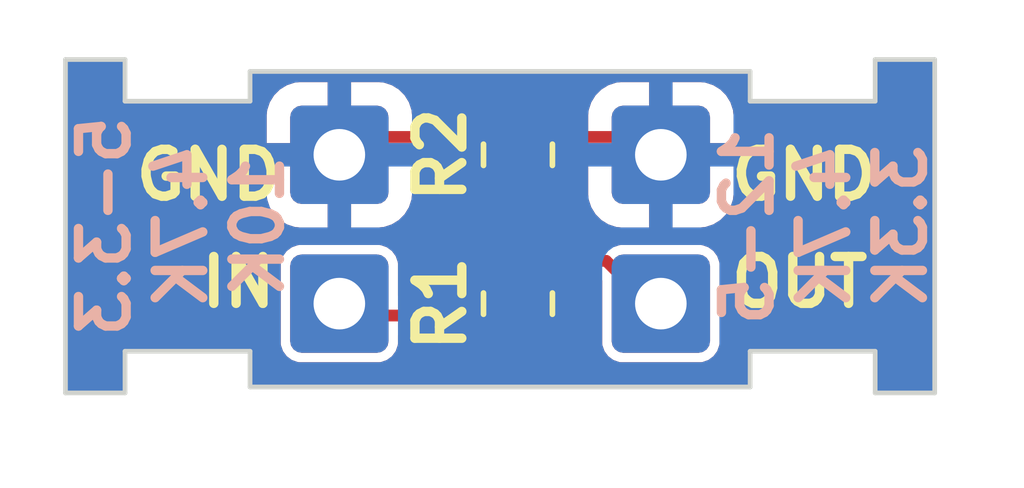
<source format=kicad_pcb>
(kicad_pcb (version 20240108) (generator "pcbnew") (generator_version "8.0")
  (layers (0 "F.Cu" signal) (31 "B.Cu" signal) (34 "B.Paste" user) (35 "F.Paste" user) (36 "B.SilkS" user "B.Silkscreen") (37 "F.SilkS" user "F.Silkscreen") (38 "B.Mask" user) (39 "F.Mask" user) (44 "Edge.Cuts" user))
  (net 0 "")
  (net 1 "Net-(J1-Pin_1)")
  (net 2 "Net-(J2-Pin_1)")
  (net 3 "Net-(J3-Pin_1)")
  (footprint "Connector_Wire:SolderWire-0.5sqmm_1x01_D0.9mm_OD2.1mm" (layer "F.Cu") (at 155.829 93.345)
    (property "Reference" "J3" (hide yes))
    (property "Value" "OUT" (hide yes))
    (pad "1" thru_hole roundrect (at 0 0) (size 2.1 2.1) (drill 1.1) (layers "*.Cu" "*.Mask") (roundrect_rratio 0.1190480952) (net 3 "Net-(J3-Pin_1)"))
  )
  (footprint "Connector_Wire:SolderWire-0.5sqmm_1x01_D0.9mm_OD2.1mm" (layer "F.Cu") (at 155.829 90.17)
    (property "Reference" "J4" (hide yes))
    (property "Value" "GND" (hide yes))
    (pad "1" thru_hole roundrect (at 0 0) (size 2.1 2.1) (drill 1.1) (layers "*.Cu" "*.Mask") (roundrect_rratio 0.1190480952) (net 2 "Net-(J2-Pin_1)"))
  )
  (footprint "Connector_Wire:SolderWire-0.5sqmm_1x01_D0.9mm_OD2.1mm" (layer "F.Cu") (at 148.971 90.17)
    (property "Reference" "J2" (hide yes))
    (property "Value" "GND" (hide yes))
    (pad "1" thru_hole roundrect (at 0 0) (size 2.1 2.1) (drill 1.1) (layers "*.Cu" "*.Mask") (roundrect_rratio 0.1190480952) (net 2 "Net-(J2-Pin_1)"))
  )
  (footprint "Connector_Wire:SolderWire-0.5sqmm_1x01_D0.9mm_OD2.1mm" (layer "F.Cu") (at 148.971 93.345)
    (property "Reference" "J1" (hide yes))
    (property "Value" "IN" (hide yes))
    (pad "1" thru_hole roundrect (at 0 0) (size 2.1 2.1) (drill 1.1) (layers "*.Cu" "*.Mask") (roundrect_rratio 0.1190480952) (net 1 "Net-(J1-Pin_1)"))
  )
  (footprint "Resistor_SMD:R_0805_2012Metric" (layer "F.Cu") (at 152.781 93.345 90)
    (property "Reference" "R1" (at 0 -1.65 90) (layer "F.SilkS") (effects (font (thickness 0.2) (bold yes))))
    (property "Value" "R_US" (hide yes))
    (fp_line (start -0.227064 -0.735) (end 0.227064 -0.735) (stroke (width 0.12)) (layer "F.SilkS"))
    (fp_line (start -0.227064 0.735) (end 0.227064 0.735) (stroke (width 0.12)) (layer "F.SilkS"))
    (pad "1" smd roundrect (at -0.9125 0 90) (size 1.025 1.4) (layers "F.Cu" "F.Paste" "F.Mask") (roundrect_rratio 0.243902439) (net 1 "Net-(J1-Pin_1)"))
    (pad "2" smd roundrect (at 0.9125 0 90) (size 1.025 1.4) (layers "F.Cu" "F.Paste" "F.Mask") (roundrect_rratio 0.243902439) (net 3 "Net-(J3-Pin_1)"))
  )
  (footprint "Resistor_SMD:R_0805_2012Metric" (layer "F.Cu") (at 152.781 90.17 90)
    (property "Reference" "R2" (at 0 -1.65 90) (layer "F.SilkS") (effects (font (thickness 0.2) (bold yes))))
    (property "Value" "R_US" (hide yes))
    (fp_line (start -0.227064 -0.735) (end 0.227064 -0.735) (stroke (width 0.12)) (layer "F.SilkS"))
    (fp_line (start -0.227064 0.735) (end 0.227064 0.735) (stroke (width 0.12)) (layer "F.SilkS"))
    (pad "1" smd roundrect (at -0.9125 0 90) (size 1.025 1.4) (layers "F.Cu" "F.Paste" "F.Mask") (roundrect_rratio 0.243902439) (net 3 "Net-(J3-Pin_1)"))
    (pad "2" smd roundrect (at 0.9125 0 90) (size 1.025 1.4) (layers "F.Cu" "F.Paste" "F.Mask") (roundrect_rratio 0.243902439) (net 2 "Net-(J2-Pin_1)"))
  )
  (gr_line (start 147.066 88.392) (end 157.734 88.392) (stroke (width 0.1)) (layer "Edge.Cuts"))
  (gr_line (start 147.066 89.027) (end 144.399 89.027) (stroke (width 0.1)) (layer "Edge.Cuts"))
  (gr_line (start 143.129 88.138) (end 143.129 95.25) (stroke (width 0.1)) (layer "Edge.Cuts"))
  (gr_line (start 160.401 88.138) (end 161.671 88.138) (stroke (width 0.1)) (layer "Edge.Cuts"))
  (gr_line (start 157.734 94.361) (end 160.401 94.361) (stroke (width 0.1)) (layer "Edge.Cuts"))
  (gr_line (start 157.734 89.027) (end 160.401 89.027) (stroke (width 0.1)) (layer "Edge.Cuts"))
  (gr_line (start 157.734 88.392) (end 157.734 89.027) (stroke (width 0.1)) (layer "Edge.Cuts"))
  (gr_line (start 160.401 89.027) (end 160.401 88.138) (stroke (width 0.1)) (layer "Edge.Cuts"))
  (gr_line (start 157.734 95.123) (end 157.734 94.361) (stroke (width 0.1)) (layer "Edge.Cuts"))
  (gr_line (start 144.399 89.027) (end 144.399 88.138) (stroke (width 0.1)) (layer "Edge.Cuts"))
  (gr_line (start 143.129 95.25) (end 144.399 95.25) (stroke (width 0.1)) (layer "Edge.Cuts"))
  (gr_line (start 161.671 95.25) (end 161.671 88.138) (stroke (width 0.1)) (layer "Edge.Cuts"))
  (gr_line (start 147.066 88.392) (end 147.066 89.027) (stroke (width 0.1)) (layer "Edge.Cuts"))
  (gr_line (start 144.399 94.361) (end 147.066 94.361) (stroke (width 0.1)) (layer "Edge.Cuts"))
  (gr_line (start 160.401 94.361) (end 160.401 95.25) (stroke (width 0.1)) (layer "Edge.Cuts"))
  (gr_line (start 144.399 88.138) (end 143.129 88.138) (stroke (width 0.1)) (layer "Edge.Cuts"))
  (gr_line (start 144.399 95.25) (end 144.399 94.361) (stroke (width 0.1)) (layer "Edge.Cuts"))
  (gr_line (start 160.401 95.25) (end 161.671 95.25) (stroke (width 0.1)) (layer "Edge.Cuts"))
  (gr_line (start 147.066 94.361) (end 147.066 95.123) (stroke (width 0.1)) (layer "Edge.Cuts"))
  (gr_line (start 147.066 95.123) (end 157.734 95.123) (stroke (width 0.1)) (layer "Edge.Cuts"))
  (gr_text "12-5\n4.7K\n3.3K" (at 161.544 91.694 90) (layer "B.SilkS") (effects (font (size 1.016 1.016) (thickness 0.2) (bold yes)) (justify bottom mirror)))
  (gr_text "5-3.3\n4.7K\n10K" (at 147.828 91.694 90) (layer "B.SilkS") (effects (font (size 1.016 1.016) (thickness 0.2) (bold yes)) (justify bottom mirror)))
  (gr_text "GND" (at 144.526 91.186 0) (layer "F.SilkS") (effects (font (size 1 1) (thickness 0.2) (bold yes)) (justify left bottom)))
  (gr_text "IN" (at 145.923 93.472 0) (layer "F.SilkS") (effects (font (size 1 1) (thickness 0.2) (bold yes)) (justify left bottom)))
  (gr_text "OUT" (at 157.226 93.472 0) (layer "F.SilkS") (effects (font (size 1 1) (thickness 0.2) (bold yes)) (justify left bottom)))
  (gr_text "GND" (at 157.226 91.186 0) (layer "F.SilkS") (effects (font (size 1 1) (thickness 0.2) (bold yes)) (justify left bottom)))
  (segment (start 148.971 93.599) (end 152.1225 93.599) (width 0.25) (layer "F.Cu") (net 1))
  (segment (start 152.1225 93.599) (end 152.781 94.2575) (width 0.25) (layer "F.Cu") (net 1))
  (segment (start 153.3125 89.789) (end 152.781 89.2575) (width 0.25) (layer "F.Cu") (net 2))
  (segment (start 155.829 89.789) (end 153.3125 89.789) (width 0.25) (layer "F.Cu") (net 2))
  (segment (start 152.2495 89.789) (end 152.781 89.2575) (width 0.25) (layer "F.Cu") (net 2))
  (segment (start 148.971 89.789) (end 152.2495 89.789) (width 0.25) (layer "F.Cu") (net 2))
  (segment (start 152.781 92.4325) (end 154.6625 92.4325) (width 0.25) (layer "F.Cu") (net 3))
  (segment (start 154.6625 92.4325) (end 155.829 93.599) (width 0.25) (layer "F.Cu") (net 3))
  (segment (start 152.781 92.4325) (end 152.781 91.0825) (width 0.25) (layer "F.Cu") (net 3))
  (zone (net 2) (net_name "Net-(J2-Pin_1)") (layers "F&B.Cu") (connect_pads (clearance 0.2)) (min_thickness 0.2) (fill yes (thermal_gap 0.5) (thermal_bridge_width 0.5))
    (polygon (pts (xy 141.732 86.868) (xy 163.576 86.868) (xy 163.576 97.282) (xy 141.859 97.282)))
  )
)
</source>
